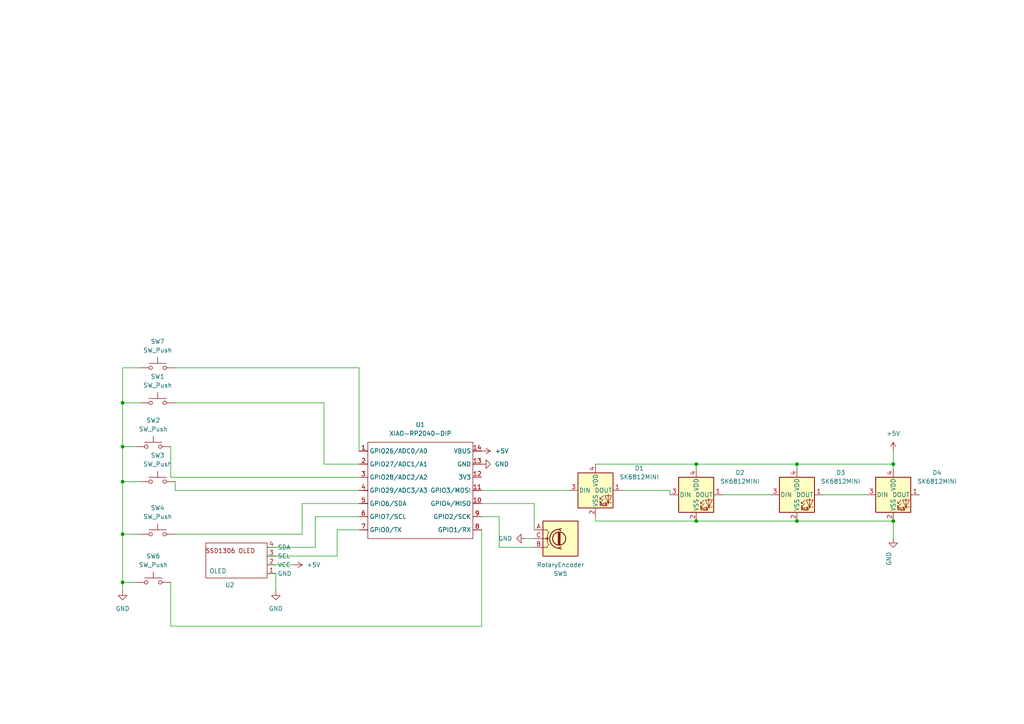
<source format=kicad_sch>
(kicad_sch (version 20250114) (generator "eeschema") (generator_version "9.0")
  (paper "A4")
  (lib_symbols
    (symbol "Device:RotaryEncoder" (pin_names (offset 0.254) (hide yes))
      (property "Reference" "SW" (at 0 6.604 0))
      (property "Value" "RotaryEncoder" (at 0 -6.604 0))
      (symbol "RotaryEncoder_0_1"
        (rectangle (start -5.08 5.08) (end 5.08 -5.08) (stroke (width 0.254)) (fill (type background)))
        (polyline (pts (xy -5.08 2.54) (xy -3.81 2.54) (xy -3.81 2.032)))
        (polyline (pts (xy -5.08 0) (xy -3.81 0) (xy -3.81 -1.016) (xy -3.302 -2.032)))
        (polyline (pts (xy -5.08 -2.54) (xy -3.81 -2.54) (xy -3.81 -2.032)))
        (polyline (pts (xy -4.318 0) (xy -3.81 0) (xy -3.81 1.016) (xy -3.302 2.032)))
        (circle (center -3.81 0) (radius 0.254) (fill (type outline)))
        (polyline (pts (xy -0.635 -1.778) (xy -0.635 1.778)) (stroke (width 0.254)))
        (circle (center -0.381 0) (radius 1.905) (stroke (width 0.254)))
        (polyline (pts (xy -0.381 -1.778) (xy -0.381 1.778)) (stroke (width 0.254)))
        (arc (start -0.381 -2.794) (mid -3.0988 -0.0635) (end -0.381 2.667) (stroke (width 0.254)))
        (polyline (pts (xy -0.127 1.778) (xy -0.127 -1.778)) (stroke (width 0.254)))
        (polyline (pts (xy 0.254 2.921) (xy -0.508 2.667) (xy 0.127 2.286)) (stroke (width 0.254)))
        (polyline (pts (xy 0.254 -3.048) (xy -0.508 -2.794) (xy 0.127 -2.413)) (stroke (width 0.254)))
      )
      (symbol "RotaryEncoder_1_1"
        (pin passive line (at -7.62 2.54 0) (length 2.54) (name "A") (number "A"))
        (pin passive line (at -7.62 0 0) (length 2.54) (name "C") (number "C"))
        (pin passive line (at -7.62 -2.54 0) (length 2.54) (name "B") (number "B"))
      )
    )
    (symbol "LED:SK6812MINI" (pin_names (offset 0.254))
      (property "Reference" "D" (at 5.08 5.715 0))
      (property "Value" "SK6812MINI" (at 1.27 -5.715 0))
      (symbol "SK6812MINI_0_0"
        (text "RGB" (at 2.286 -4.191 0) (effects (font (size 0.762 0.762))))
      )
      (symbol "SK6812MINI_0_1"
        (polyline (pts (xy 1.27 -2.54) (xy 1.778 -2.54)))
        (polyline (pts (xy 1.27 -3.556) (xy 1.778 -3.556)))
        (polyline (pts (xy 2.286 -1.524) (xy 1.27 -2.54) (xy 1.27 -2.032)))
        (polyline (pts (xy 2.286 -2.54) (xy 1.27 -3.556) (xy 1.27 -3.048)))
        (polyline (pts (xy 3.683 -1.016) (xy 3.683 -3.556) (xy 3.683 -4.064)))
        (polyline (pts (xy 4.699 -1.524) (xy 2.667 -1.524) (xy 3.683 -3.556) (xy 4.699 -1.524)))
        (polyline (pts (xy 4.699 -3.556) (xy 2.667 -3.556)))
        (rectangle (start 5.08 5.08) (end -5.08 -5.08) (stroke (width 0.254)) (fill (type background)))
      )
      (symbol "SK6812MINI_1_1"
        (pin input line (at -7.62 0 0) (length 2.54) (name "DIN") (number "3"))
        (pin power_in line (at 0 7.62 270) (length 2.54) (name "VDD") (number "4"))
        (pin power_in line (at 0 -7.62 90) (length 2.54) (name "VSS") (number "2"))
        (pin output line (at 7.62 0 180) (length 2.54) (name "DOUT") (number "1"))
      )
    )
    (symbol "Seeed_Studio_XIAO_Series:XIAO-RP2040-DIP"
      (property "Reference" "U" (at 0 0 0))
      (property "Value" "XIAO-RP2040-DIP" (at 5.334 -1.778 0))
      (symbol "XIAO-RP2040-DIP_1_0"
        (polyline (pts (xy -1.27 -2.54) (xy 29.21 -2.54)) (stroke (width 0.1524)))
        (polyline (pts (xy -1.27 -5.08) (xy -2.54 -5.08)) (stroke (width 0.1524)))
        (polyline (pts (xy -1.27 -5.08) (xy -1.27 -2.54)) (stroke (width 0.1524)))
        (polyline (pts (xy -1.27 -8.89) (xy -2.54 -8.89)) (stroke (width 0.1524)))
        (polyline (pts (xy -1.27 -8.89) (xy -1.27 -5.08)) (stroke (width 0.1524)))
        (polyline (pts (xy -1.27 -12.7) (xy -2.54 -12.7)) (stroke (width 0.1524)))
        (polyline (pts (xy -1.27 -12.7) (xy -1.27 -8.89)) (stroke (width 0.1524)))
        (polyline (pts (xy -1.27 -16.51) (xy -2.54 -16.51)) (stroke (width 0.1524)))
        (polyline (pts (xy -1.27 -16.51) (xy -1.27 -12.7)) (stroke (width 0.1524)))
        (polyline (pts (xy -1.27 -20.32) (xy -2.54 -20.32)) (stroke (width 0.1524)))
        (polyline (pts (xy -1.27 -24.13) (xy -2.54 -24.13)) (stroke (width 0.1524)))
        (polyline (pts (xy -1.27 -27.94) (xy -2.54 -27.94)) (stroke (width 0.1524)))
        (polyline (pts (xy -1.27 -30.48) (xy -1.27 -16.51)) (stroke (width 0.1524)))
        (polyline (pts (xy 29.21 -2.54) (xy 29.21 -5.08)) (stroke (width 0.1524)))
        (polyline (pts (xy 29.21 -5.08) (xy 29.21 -8.89)) (stroke (width 0.1524)))
        (polyline (pts (xy 29.21 -8.89) (xy 29.21 -12.7)) (stroke (width 0.1524)))
        (polyline (pts (xy 29.21 -12.7) (xy 29.21 -30.48)) (stroke (width 0.1524)))
        (polyline (pts (xy 29.21 -30.48) (xy -1.27 -30.48)) (stroke (width 0.1524)))
        (polyline (pts (xy 30.48 -5.08) (xy 29.21 -5.08)) (stroke (width 0.1524)))
        (polyline (pts (xy 30.48 -8.89) (xy 29.21 -8.89)) (stroke (width 0.1524)))
        (polyline (pts (xy 30.48 -12.7) (xy 29.21 -12.7)) (stroke (width 0.1524)))
        (polyline (pts (xy 30.48 -16.51) (xy 29.21 -16.51)) (stroke (width 0.1524)))
        (polyline (pts (xy 30.48 -20.32) (xy 29.21 -20.32)) (stroke (width 0.1524)))
        (polyline (pts (xy 30.48 -24.13) (xy 29.21 -24.13)) (stroke (width 0.1524)))
        (polyline (pts (xy 30.48 -27.94) (xy 29.21 -27.94)) (stroke (width 0.1524)))
        (pin passive line (at -3.81 -5.08 0) (length 2.54) (name "GPIO26/ADC0/A0") (number "1"))
        (pin passive line (at -3.81 -8.89 0) (length 2.54) (name "GPIO27/ADC1/A1") (number "2"))
        (pin passive line (at -3.81 -12.7 0) (length 2.54) (name "GPIO28/ADC2/A2") (number "3"))
        (pin passive line (at -3.81 -16.51 0) (length 2.54) (name "GPIO29/ADC3/A3") (number "4"))
        (pin passive line (at -3.81 -20.32 0) (length 2.54) (name "GPIO6/SDA") (number "5"))
        (pin passive line (at -3.81 -24.13 0) (length 2.54) (name "GPIO7/SCL") (number "6"))
        (pin passive line (at -3.81 -27.94 0) (length 2.54) (name "GPIO0/TX") (number "7"))
        (pin passive line (at 31.75 -5.08 180) (length 2.54) (name "VBUS") (number "14"))
        (pin passive line (at 31.75 -8.89 180) (length 2.54) (name "GND") (number "13"))
        (pin passive line (at 31.75 -12.7 180) (length 2.54) (name "3V3") (number "12"))
        (pin passive line (at 31.75 -16.51 180) (length 2.54) (name "GPIO3/MOSI") (number "11"))
        (pin passive line (at 31.75 -20.32 180) (length 2.54) (name "GPIO4/MISO") (number "10"))
        (pin passive line (at 31.75 -24.13 180) (length 2.54) (name "GPIO2/SCK") (number "9"))
        (pin passive line (at 31.75 -27.94 180) (length 2.54) (name "GPIO1/RX") (number "8"))
      )
    )
    (symbol "Switch:SW_Push" (pin_numbers (hide yes)) (pin_names (offset 1.016) (hide yes))
      (property "Reference" "SW" (at 1.27 2.54 0))
      (property "Value" "SW_Push" (at 0 -1.524 0))
      (symbol "SW_Push_0_1"
        (circle (center -2.032 0) (radius 0.508))
        (polyline (pts (xy 0 1.27) (xy 0 3.048)))
        (circle (center 2.032 0) (radius 0.508))
        (polyline (pts (xy 2.54 1.27) (xy -2.54 1.27)))
        (pin passive line (at -5.08 0 0) (length 2.54) (name "1") (number "1"))
        (pin passive line (at 5.08 0 180) (length 2.54) (name "2") (number "2"))
      )
    )
    (symbol "oled:oled_symb"
      (property "Reference" "U2" (at -14.732 0.762 0))
      (property "Value" "OLED" (at -19.304 -3.302 0))
      (symbol "oled_symb_0_1"
        (rectangle (start -20.32 -1.27) (end -2.54 -11.43))
      )
      (symbol "oled_symb_1_1"
        (text "SSD1306 OLED\n" (at -13.208 -9.144 0) (effects (font (size 1.27 1.27))))
        (pin passive line (at -2.54 -2.54 0) (length 2.54) (name "GND") (number "1"))
        (pin power_in line (at -2.54 -5.08 0) (length 2.54) (name "VCC") (number "2"))
        (pin input line (at -2.54 -7.62 0) (length 2.54) (name "SCL") (number "3"))
        (pin input line (at -2.54 -10.16 0) (length 2.54) (name "SDA") (number "4"))
      )
    )
    (symbol "power:+5V" (power) (pin_numbers (hide yes)) (pin_names (offset 0) (hide yes))
      (property "Value" "+5V" (at 0 3.556 0))
      (symbol "+5V_0_1"
        (polyline (pts (xy -0.762 1.27) (xy 0 2.54)))
        (polyline (pts (xy 0 2.54) (xy 0.762 1.27)))
        (polyline (pts (xy 0 0) (xy 0 2.54)))
      )
      (symbol "+5V_1_1"
        (pin power_in line (at 0 0 90) (length 0) (name "~") (number "1"))
      )
    )
    (symbol "power:GND" (power) (pin_numbers (hide yes)) (pin_names (offset 0) (hide yes))
      (property "Value" "GND" (at 0 -3.81 0))
      (symbol "GND_0_1"
        (polyline (pts (xy 0 0) (xy 0 -1.27) (xy 1.27 -1.27) (xy 0 -2.54) (xy -1.27 -1.27) (xy 0 -1.27)))
      )
      (symbol "GND_1_1"
        (pin power_in line (at 0 0 270) (length 0) (name "~") (number "1"))
      )
    )
  )
  (junction (at 35.56 168.91))
  (junction (at 35.56 139.7))
  (junction (at 35.56 116.84))
  (junction (at 201.93 134.62))
  (junction (at 231.14 134.62))
  (junction (at 259.08 151.13))
  (junction (at 231.14 151.13))
  (junction (at 35.56 129.54))
  (junction (at 201.93 151.13))
  (junction (at 35.56 154.94))
  (junction (at 259.08 134.62))
  (wire (pts (xy 93.98 134.62) (xy 93.98 116.84)))
  (wire (pts (xy 49.53 138.43) (xy 104.14 138.43)))
  (wire (pts (xy 77.47 163.83) (xy 85.09 163.83)))
  (wire (pts (xy 144.78 158.75) (xy 144.78 149.86)))
  (wire (pts (xy 49.53 181.61) (xy 139.7 181.61)))
  (wire (pts (xy 35.56 154.94) (xy 40.64 154.94)))
  (wire (pts (xy 87.63 146.05) (xy 104.14 146.05)))
  (wire (pts (xy 93.98 116.84) (xy 50.8 116.84)))
  (wire (pts (xy 80.01 171.45) (xy 80.01 166.37)))
  (wire (pts (xy 49.53 168.91) (xy 49.53 181.61)))
  (wire (pts (xy 50.8 106.68) (xy 104.14 106.68)))
  (wire (pts (xy 165.1 142.24) (xy 139.7 142.24)))
  (wire (pts (xy 172.72 151.13) (xy 201.93 151.13)))
  (wire (pts (xy 201.93 134.62) (xy 201.93 135.89)))
  (wire (pts (xy 154.94 158.75) (xy 144.78 158.75)))
  (wire (pts (xy 231.14 134.62) (xy 201.93 134.62)))
  (wire (pts (xy 77.47 161.29) (xy 97.79 161.29)))
  (wire (pts (xy 259.08 134.62) (xy 259.08 135.89)))
  (wire (pts (xy 35.56 139.7) (xy 40.64 139.7)))
  (wire (pts (xy 259.08 151.13) (xy 259.08 156.21)))
  (wire (pts (xy 49.53 129.54) (xy 49.53 138.43)))
  (wire (pts (xy 154.94 153.67) (xy 154.94 146.05)))
  (wire (pts (xy 50.8 142.24) (xy 104.14 142.24)))
  (wire (pts (xy 77.47 158.75) (xy 91.44 158.75)))
  (wire (pts (xy 91.44 158.75) (xy 91.44 149.86)))
  (wire (pts (xy 80.01 166.37) (xy 77.47 166.37)))
  (wire (pts (xy 180.34 142.24) (xy 194.31 142.24)))
  (wire (pts (xy 97.79 161.29) (xy 97.79 153.67)))
  (wire (pts (xy 231.14 134.62) (xy 231.14 135.89)))
  (wire (pts (xy 259.08 130.81) (xy 259.08 134.62)))
  (wire (pts (xy 201.93 134.62) (xy 172.72 134.62)))
  (wire (pts (xy 154.94 146.05) (xy 139.7 146.05)))
  (wire (pts (xy 35.56 168.91) (xy 35.56 171.45)))
  (wire (pts (xy 87.63 154.94) (xy 87.63 146.05)))
  (wire (pts (xy 104.14 106.68) (xy 104.14 130.81)))
  (wire (pts (xy 209.55 143.51) (xy 223.52 143.51)))
  (wire (pts (xy 35.56 154.94) (xy 35.56 168.91)))
  (wire (pts (xy 259.08 134.62) (xy 231.14 134.62)))
  (wire (pts (xy 35.56 139.7) (xy 35.56 154.94)))
  (wire (pts (xy 144.78 149.86) (xy 139.7 149.86)))
  (wire (pts (xy 91.44 149.86) (xy 104.14 149.86)))
  (wire (pts (xy 40.64 106.68) (xy 35.56 106.68)))
  (wire (pts (xy 93.98 134.62) (xy 104.14 134.62)))
  (wire (pts (xy 50.8 139.7) (xy 50.8 142.24)))
  (wire (pts (xy 35.56 129.54) (xy 39.37 129.54)))
  (wire (pts (xy 201.93 151.13) (xy 231.14 151.13)))
  (wire (pts (xy 238.76 143.51) (xy 251.46 143.51)))
  (wire (pts (xy 139.7 181.61) (xy 139.7 153.67)))
  (wire (pts (xy 35.56 116.84) (xy 35.56 129.54)))
  (wire (pts (xy 50.8 154.94) (xy 87.63 154.94)))
  (wire (pts (xy 97.79 153.67) (xy 104.14 153.67)))
  (wire (pts (xy 154.94 156.21) (xy 152.4 156.21)))
  (wire (pts (xy 172.72 151.13) (xy 172.72 149.86)))
  (wire (pts (xy 35.56 168.91) (xy 39.37 168.91)))
  (wire (pts (xy 35.56 129.54) (xy 35.56 139.7)))
  (wire (pts (xy 194.31 142.24) (xy 194.31 143.51)))
  (wire (pts (xy 35.56 106.68) (xy 35.56 116.84)))
  (wire (pts (xy 231.14 151.13) (xy 259.08 151.13)))
  (wire (pts (xy 35.56 116.84) (xy 40.64 116.84)))
  (symbol (lib_id "power:GND") (at 259.08 156.21 0) (mirror y) (unit 1)
    (property "Reference" "#PWR04" (effects (hide yes)))
    (property "Value" "GND" (at 257.8101 160.02 90) (effects (justify right)))
    (property "Description" "Power symbol creates a global label with name \"GND\" , ground" (effects (hide yes)))
  )
  (symbol (lib_id "Switch:SW_Push") (at 44.45 168.91 0) (unit 1)
    (property "Reference" "SW6" (at 44.45 161.29 0))
    (property "Value" "SW_Push" (at 44.45 163.83 0))
    (property "Footprint" "Button_Switch_Keyboard:SW_Cherry_MX_1.00u_PCB" (effects (hide yes)))
    (property "Description" "Push button switch, generic, two pins" (effects (hide yes)))
  )
  (symbol (lib_id "LED:SK6812MINI") (at 259.08 143.51 0) (unit 1)
    (property "Reference" "D4" (at 271.78 137.0898 0))
    (property "Value" "SK6812MINI" (at 271.78 139.6298 0))
    (property "Footprint" "LED_SMD:LED_SK6812MINI_PLCC4_3.5x3.5mm_P1.75mm" (effects (hide yes)))
    (property "Datasheet" "https://cdn-shop.adafruit.com/product-files/2686/SK6812MINI_REV.01-1-2.pdf" (effects (hide yes)))
    (property "Description" "RGB LED with integrated controller" (effects (hide yes)))
  )
  (symbol (lib_id "LED:SK6812MINI") (at 231.14 143.51 0) (unit 1)
    (property "Reference" "D3" (at 243.84 137.0898 0))
    (property "Value" "SK6812MINI" (at 243.84 139.6298 0))
    (property "Footprint" "LED_SMD:LED_SK6812MINI_PLCC4_3.5x3.5mm_P1.75mm" (effects (hide yes)))
    (property "Datasheet" "https://cdn-shop.adafruit.com/product-files/2686/SK6812MINI_REV.01-1-2.pdf" (effects (hide yes)))
    (property "Description" "RGB LED with integrated controller" (effects (hide yes)))
  )
  (symbol (lib_id "Switch:SW_Push") (at 44.45 129.54 0) (unit 1)
    (property "Reference" "SW2" (at 44.45 121.92 0))
    (property "Value" "SW_Push" (at 44.45 124.46 0))
    (property "Footprint" "Button_Switch_Keyboard:SW_Cherry_MX_1.00u_PCB" (effects (hide yes)))
    (property "Description" "Push button switch, generic, two pins" (effects (hide yes)))
  )
  (symbol (lib_id "power:GND") (at 80.01 171.45 0) (mirror y) (unit 1)
    (property "Reference" "#PWR02" (effects (hide yes)))
    (property "Value" "GND" (at 80.01 176.53 0))
    (property "Description" "Power symbol creates a global label with name \"GND\" , ground" (effects (hide yes)))
  )
  (symbol (lib_id "Switch:SW_Push") (at 45.72 139.7 0) (unit 1)
    (property "Reference" "SW3" (at 45.72 132.08 0))
    (property "Value" "SW_Push" (at 45.72 134.62 0))
    (property "Footprint" "Button_Switch_Keyboard:SW_Cherry_MX_1.00u_PCB" (effects (hide yes)))
    (property "Description" "Push button switch, generic, two pins" (effects (hide yes)))
  )
  (symbol (lib_id "Device:RotaryEncoder") (at 162.56 156.21 0) (unit 1)
    (property "Reference" "SW5" (at 162.56 166.37 0))
    (property "Value" "RotaryEncoder" (at 162.56 163.83 0))
    (property "Footprint" "Rotary_Encoder:RotaryEncoder_Alps_EC11E_Vertical_H20mm" (effects (hide yes)))
    (property "Description" "Rotary encoder, dual channel, incremental quadrate outputs" (effects (hide yes)))
  )
  (symbol (lib_id "Seeed_Studio_XIAO_Series:XIAO-RP2040-DIP") (at 107.95 125.73 0) (unit 1)
    (property "Reference" "U1" (at 121.92 123.19 0))
    (property "Value" "XIAO-RP2040-DIP" (at 121.92 125.73 0))
    (property "Footprint" "OPL:XIAO-RP2040-DIP" (effects (hide yes)))
  )
  (symbol (lib_id "Switch:SW_Push") (at 45.72 154.94 0) (unit 1)
    (property "Reference" "SW4" (at 45.72 147.32 0))
    (property "Value" "SW_Push" (at 45.72 149.86 0))
    (property "Footprint" "Button_Switch_Keyboard:SW_Cherry_MX_1.00u_PCB" (effects (hide yes)))
    (property "Description" "Push button switch, generic, two pins" (effects (hide yes)))
  )
  (symbol (lib_id "Switch:SW_Push") (at 45.72 116.84 0) (unit 1)
    (property "Reference" "SW1" (at 45.72 109.22 0))
    (property "Value" "SW_Push" (at 45.72 111.76 0))
    (property "Footprint" "Button_Switch_Keyboard:SW_Cherry_MX_1.00u_PCB" (effects (hide yes)))
    (property "Description" "Push button switch, generic, two pins" (effects (hide yes)))
  )
  (symbol (lib_id "oled:oled_symb") (at 80.01 168.91 0) (mirror x) (unit 1)
    (property "Reference" "U2" (at 65.278 169.672 0) (effects (justify left)))
    (property "Value" "OLED" (at 60.706 165.608 0) (effects (justify left)))
    (property "Footprint" "OLED:SSD1306-0.91-OLED-4pin-128x32" (effects (hide yes)))
  )
  (symbol (lib_id "power:+5V") (at 139.7 130.81 270) (mirror x) (unit 1)
    (property "Reference" "#PWR08" (effects (hide yes)))
    (property "Value" "+5V" (at 143.51 130.8101 90) (effects (justify left)))
    (property "Description" "Power symbol creates a global label with name \"+5V\"" (effects (hide yes)))
  )
  (symbol (lib_id "power:GND") (at 152.4 156.21 270) (mirror x) (unit 1)
    (property "Reference" "#PWR05" (effects (hide yes)))
    (property "Value" "GND" (at 148.59 156.2101 90) (effects (justify right)))
    (property "Description" "Power symbol creates a global label with name \"GND\" , ground" (effects (hide yes)))
  )
  (symbol (lib_id "LED:SK6812MINI") (at 172.72 142.24 0) (unit 1)
    (property "Reference" "D1" (at 185.42 135.8198 0))
    (property "Value" "SK6812MINI" (at 185.42 138.3598 0))
    (property "Footprint" "LED_SMD:LED_SK6812MINI_PLCC4_3.5x3.5mm_P1.75mm" (effects (hide yes)))
    (property "Datasheet" "https://cdn-shop.adafruit.com/product-files/2686/SK6812MINI_REV.01-1-2.pdf" (effects (hide yes)))
    (property "Description" "RGB LED with integrated controller" (effects (hide yes)))
  )
  (symbol (lib_id "power:+5V") (at 259.08 130.81 0) (mirror y) (unit 1)
    (property "Reference" "#PWR06" (effects (hide yes)))
    (property "Value" "+5V" (at 259.08 125.73 0))
    (property "Description" "Power symbol creates a global label with name \"+5V\"" (effects (hide yes)))
  )
  (symbol (lib_id "power:GND") (at 35.56 171.45 0) (unit 1)
    (property "Reference" "#PWR01" (effects (hide yes)))
    (property "Value" "GND" (at 35.56 176.53 0))
    (property "Description" "Power symbol creates a global label with name \"GND\" , ground" (effects (hide yes)))
  )
  (symbol (lib_id "power:+5V") (at 85.09 163.83 270) (mirror x) (unit 1)
    (property "Reference" "#PWR03" (effects (hide yes)))
    (property "Value" "+5V" (at 88.9 163.8301 90) (effects (justify left)))
    (property "Description" "Power symbol creates a global label with name \"+5V\"" (effects (hide yes)))
  )
  (symbol (lib_id "power:GND") (at 139.7 134.62 90) (mirror x) (unit 1)
    (property "Reference" "#PWR07" (effects (hide yes)))
    (property "Value" "GND" (at 143.51 134.6199 90) (effects (justify right)))
    (property "Description" "Power symbol creates a global label with name \"GND\" , ground" (effects (hide yes)))
  )
  (symbol (lib_id "Switch:SW_Push") (at 45.72 106.68 0) (unit 1)
    (property "Reference" "SW7" (at 45.72 99.06 0))
    (property "Value" "SW_Push" (at 45.72 101.6 0))
    (property "Footprint" "Button_Switch_Keyboard:SW_Cherry_MX_1.00u_PCB" (effects (hide yes)))
    (property "Description" "Push button switch, generic, two pins" (effects (hide yes)))
  )
  (symbol (lib_id "LED:SK6812MINI") (at 201.93 143.51 0) (unit 1)
    (property "Reference" "D2" (at 214.63 137.0898 0))
    (property "Value" "SK6812MINI" (at 214.63 139.6298 0))
    (property "Footprint" "LED_SMD:LED_SK6812MINI_PLCC4_3.5x3.5mm_P1.75mm" (effects (hide yes)))
    (property "Datasheet" "https://cdn-shop.adafruit.com/product-files/2686/SK6812MINI_REV.01-1-2.pdf" (effects (hide yes)))
    (property "Description" "RGB LED with integrated controller" (effects (hide yes)))
  )
)
</source>
